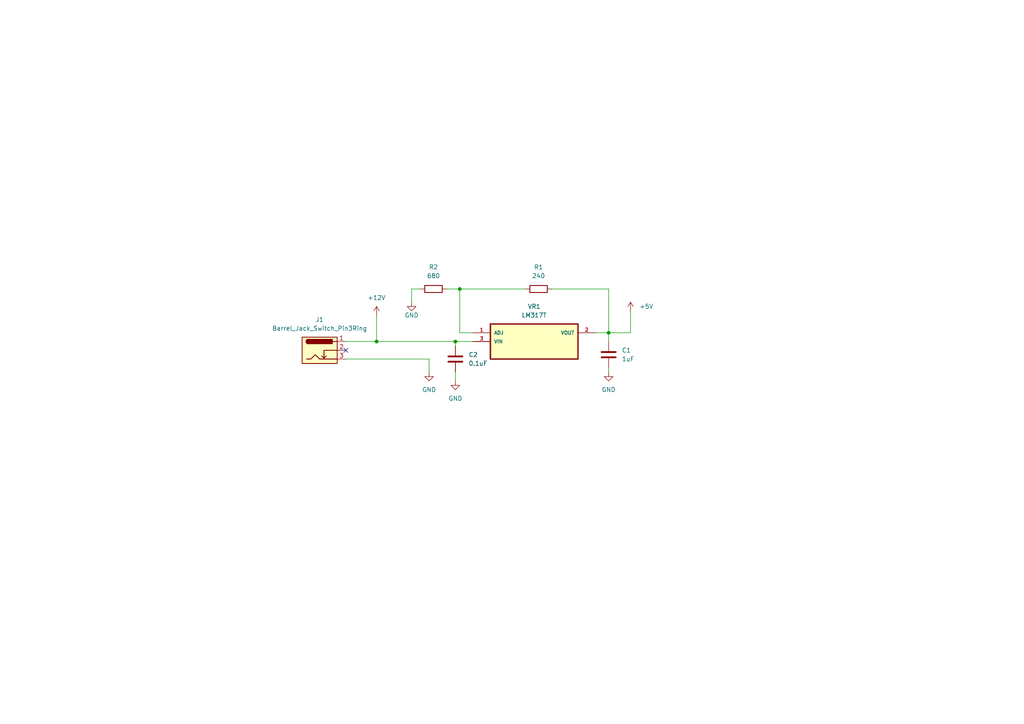
<source format=kicad_sch>
(kicad_sch (version 20230121) (generator eeschema)
  (paper "A4")
  (lib_symbols
    (symbol "Connector:Barrel_Jack_Switch_Pin3Ring" (pin_names hide)
      (property "Reference" "J" (at 0 5.334 0))
      (property "Value" "Barrel_Jack_Switch_Pin3Ring" (at 0 -5.08 0))
      (symbol "Barrel_Jack_Switch_Pin3Ring_0_1"
        (rectangle (start -5.08 3.81) (end 5.08 -3.81) (stroke (width 0.254)) (fill (type background)))
        (arc (start -3.302 3.175) (mid -3.9343 2.54) (end -3.302 1.905) (stroke (width 0.254)))
        (arc (start -3.302 3.175) (mid -3.9343 2.54) (end -3.302 1.905) (stroke (width 0.254)) (fill (type outline)))
        (polyline (pts (xy 1.27 -2.286) (xy 1.905 -1.651)) (stroke (width 0.254)))
        (polyline (pts (xy 5.08 2.54) (xy 3.81 2.54)) (stroke (width 0.254)))
        (polyline (pts (xy 5.08 0) (xy 1.27 0) (xy 1.27 -2.286) (xy 0.635 -1.651)) (stroke (width 0.254)))
        (polyline (pts (xy -3.81 -2.54) (xy -2.54 -2.54) (xy -1.27 -1.27) (xy 0 -2.54) (xy 2.54 -2.54) (xy 5.08 -2.54)) (stroke (width 0.254)))
        (rectangle (start 3.683 3.175) (end -3.302 1.905) (stroke (width 0.254)) (fill (type outline)))
      )
      (symbol "Barrel_Jack_Switch_Pin3Ring_1_1"
        (pin passive line (at 7.62 2.54 180) (length 2.54) (name "~") (number "1"))
        (pin passive line (at 7.62 0 180) (length 2.54) (name "~") (number "2"))
        (pin passive line (at 7.62 -2.54 180) (length 2.54) (name "~") (number "3"))
      )
    )
    (symbol "Device:C" (pin_numbers hide) (pin_names (offset 0.254))
      (property "Reference" "C" (at 0.635 2.54 0))
      (property "Value" "C" (at 0.635 -2.54 0))
      (symbol "C_0_1"
        (polyline (pts (xy -2.032 -0.762) (xy 2.032 -0.762)) (stroke (width 0.508)))
        (polyline (pts (xy -2.032 0.762) (xy 2.032 0.762)) (stroke (width 0.508)))
      )
      (symbol "C_1_1"
        (pin passive line (at 0 3.81 270) (length 2.794) (name "~") (number "1"))
        (pin passive line (at 0 -3.81 90) (length 2.794) (name "~") (number "2"))
      )
    )
    (symbol "Device:R" (pin_numbers hide) (pin_names (offset 0))
      (property "Reference" "R" (at 2.032 0 90))
      (property "Value" "R" (at 0 0 90))
      (symbol "R_0_1"
        (rectangle (start -1.016 -2.54) (end 1.016 2.54) (stroke (width 0.254)))
      )
      (symbol "R_1_1"
        (pin passive line (at 0 3.81 270) (length 1.27) (name "~") (number "1"))
        (pin passive line (at 0 -3.81 90) (length 1.27) (name "~") (number "2"))
      )
    )
    (symbol "LM317T:LM317T" (pin_names (offset 1.016))
      (property "Reference" "VR" (at -12.7 6.08 0))
      (property "Value" "LM317T" (at -12.7 -9.08 0))
      (symbol "LM317T_0_0"
        (rectangle (start -12.7 -5.08) (end 12.7 5.08) (stroke (width 0.41)) (fill (type background)))
        (pin input line (at -17.78 2.54 0) (length 5.08) (name "ADJ") (number "1"))
        (pin output line (at 17.78 2.54 180) (length 5.08) (name "VOUT") (number "2"))
        (pin input line (at -17.78 0 0) (length 5.08) (name "VIN") (number "3"))
      )
    )
    (symbol "power:+12V" (power) (pin_names (offset 0))
      (property "Value" "+12V" (at 0 3.556 0))
      (symbol "+12V_0_1"
        (polyline (pts (xy -0.762 1.27) (xy 0 2.54)))
        (polyline (pts (xy 0 0) (xy 0 2.54)))
        (polyline (pts (xy 0 2.54) (xy 0.762 1.27)))
      )
      (symbol "+12V_1_1"
        (pin power_in line (at 0 0 90) (length 0) hide (name "+12V") (number "1"))
      )
    )
    (symbol "power:+5V" (power) (pin_names (offset 0))
      (property "Value" "+5V" (at 0 3.556 0))
      (symbol "+5V_0_1"
        (polyline (pts (xy -0.762 1.27) (xy 0 2.54)))
        (polyline (pts (xy 0 0) (xy 0 2.54)))
        (polyline (pts (xy 0 2.54) (xy 0.762 1.27)))
      )
      (symbol "+5V_1_1"
        (pin power_in line (at 0 0 90) (length 0) hide (name "+5V") (number "1"))
      )
    )
    (symbol "power:GND" (power) (pin_names (offset 0))
      (property "Value" "GND" (at 0 -3.81 0))
      (symbol "GND_0_1"
        (polyline (pts (xy 0 0) (xy 0 -1.27) (xy 1.27 -1.27) (xy 0 -2.54) (xy -1.27 -1.27) (xy 0 -1.27)))
      )
      (symbol "GND_1_1"
        (pin power_in line (at 0 0 270) (length 0) hide (name "GND") (number "1"))
      )
    )
  )
  (junction (at 132.08 99.06))
  (junction (at 133.35 83.82))
  (junction (at 109.22 99.06))
  (junction (at 176.53 96.52))
  (no_connect (at 100.33 101.6))
  (wire (pts (xy 176.53 99.06) (xy 176.53 96.52)))
  (wire (pts (xy 109.22 99.06) (xy 132.08 99.06)))
  (wire (pts (xy 176.53 106.68) (xy 176.53 107.95)))
  (wire (pts (xy 176.53 83.82) (xy 176.53 96.52)))
  (wire (pts (xy 182.88 90.17) (xy 182.88 96.52)))
  (wire (pts (xy 124.46 104.14) (xy 124.46 107.95)))
  (wire (pts (xy 137.16 96.52) (xy 133.35 96.52)))
  (wire (pts (xy 182.88 96.52) (xy 176.53 96.52)))
  (wire (pts (xy 160.02 83.82) (xy 176.53 83.82)))
  (wire (pts (xy 100.33 104.14) (xy 124.46 104.14)))
  (wire (pts (xy 133.35 96.52) (xy 133.35 83.82)))
  (wire (pts (xy 109.22 91.44) (xy 109.22 99.06)))
  (wire (pts (xy 119.38 87.63) (xy 119.38 83.82)))
  (wire (pts (xy 133.35 83.82) (xy 152.4 83.82)))
  (wire (pts (xy 129.54 83.82) (xy 133.35 83.82)))
  (wire (pts (xy 132.08 99.06) (xy 137.16 99.06)))
  (wire (pts (xy 172.72 96.52) (xy 176.53 96.52)))
  (wire (pts (xy 132.08 107.95) (xy 132.08 110.49)))
  (wire (pts (xy 119.38 83.82) (xy 121.92 83.82)))
  (wire (pts (xy 100.33 99.06) (xy 109.22 99.06)))
  (wire (pts (xy 132.08 100.33) (xy 132.08 99.06)))
  (symbol (lib_id "power:GND") (at 132.08 110.49 0) (unit 1)
    (property "Reference" "#PWR019" (effects hide))
    (property "Value" "GND" (at 132.08 115.57 0))
  )
  (symbol (lib_id "LM317T:LM317T") (at 154.94 99.06 0) (unit 1)
    (property "Reference" "VR1" (at 154.94 88.9 0))
    (property "Value" "LM317T" (at 154.94 91.44 0))
    (property "Footprint" "LM317T:TO254P1054X470X1955-3" (effects hide))
    (property "MF" "Texas Instruments" (effects hide))
    (property "Description" "\n1.5-A, 40-V, adjustable linear voltage regulator 3-TO-220\n" (effects hide))
    (property "Package" "TO-220-3 Texas Instruments" (effects hide))
    (property "Price" "None" (effects hide))
    (property "SnapEDA_Link" "https://www.snapeda.com/parts/LM317T/Texas+Instruments/view-part/?ref=snap" (effects hide))
    (property "MP" "LM317T" (effects hide))
    (property "Availability" "In Stock" (effects hide))
    (property "Check_prices" "https://www.snapeda.com/parts/LM317T/Texas+Instruments/view-part/?ref=eda" (effects hide))
  )
  (symbol (lib_id "power:+12V") (at 109.22 91.44 0) (unit 1)
    (property "Reference" "#PWR024" (effects hide))
    (property "Value" "+12V" (at 109.22 86.36 0))
  )
  (symbol (lib_id "Device:R") (at 125.73 83.82 90) (unit 1)
    (property "Reference" "R2" (at 125.73 77.47 90))
    (property "Value" "680" (at 125.73 80.01 90))
    (property "Footprint" "Resistor_THT:R_Axial_DIN0204_L3.6mm_D1.6mm_P5.08mm_Horizontal" (effects hide))
  )
  (symbol (lib_id "Device:C") (at 176.53 102.87 0) (unit 1)
    (property "Reference" "C1" (at 180.34 101.6 0) (effects (justify left)))
    (property "Value" "1uF" (at 180.34 104.14 0) (effects (justify left)))
    (property "Footprint" "Capacitor_THT:CP_Radial_D4.0mm_P1.50mm" (effects hide))
  )
  (symbol (lib_id "power:GND") (at 176.53 107.95 0) (unit 1)
    (property "Reference" "#PWR020" (effects hide))
    (property "Value" "GND" (at 176.53 113.03 0))
  )
  (symbol (lib_id "power:GND") (at 124.46 107.95 0) (unit 1)
    (property "Reference" "#PWR04" (effects hide))
    (property "Value" "GND" (at 124.46 113.03 0))
  )
  (symbol (lib_id "Device:R") (at 156.21 83.82 270) (unit 1)
    (property "Reference" "R1" (at 156.21 77.47 90))
    (property "Value" "240" (at 156.21 80.01 90))
    (property "Footprint" "Resistor_THT:R_Axial_DIN0204_L3.6mm_D1.6mm_P5.08mm_Horizontal" (effects hide))
  )
  (symbol (lib_id "power:GND") (at 119.38 87.63 0) (unit 1)
    (property "Reference" "#PWR01" (effects hide))
    (property "Value" "GND" (at 119.38 91.44 0))
  )
  (symbol (lib_id "power:+5V") (at 182.88 90.17 0) (unit 1)
    (property "Reference" "#PWR03" (effects hide))
    (property "Value" "+5V" (at 185.42 88.9 0) (effects (justify left)))
  )
  (symbol (lib_id "Connector:Barrel_Jack_Switch_Pin3Ring") (at 92.71 101.6 0) (unit 1)
    (property "Reference" "J1" (at 92.71 92.71 0))
    (property "Value" "Barrel_Jack_Switch_Pin3Ring" (at 92.71 95.25 0))
    (property "Footprint" "Connector_BarrelJack:BarrelJack_Horizontal" (effects hide))
  )
  (symbol (lib_id "Device:C") (at 132.08 104.14 0) (unit 1)
    (property "Reference" "C2" (at 135.89 102.87 0) (effects (justify left)))
    (property "Value" "0.1uF" (at 135.89 105.41 0) (effects (justify left)))
    (property "Footprint" "Capacitor_THT:C_Disc_D3.0mm_W1.6mm_P2.50mm" (effects hide))
  )
)
</source>
